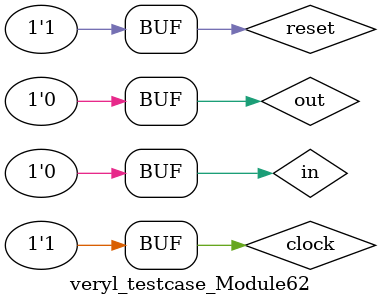
<source format=sv>
module veryl_testcase_Module62;
    logic clock;
    logic reset;
    logic in   ; always_comb in = 0;
    logic out  ;
    always_comb clock = 1;
    always_comb reset = 1;
    always_comb out   = in;
endmodule
//# sourceMappingURL=../map/testcases/sv/62_raw_identifier.sv.map

</source>
